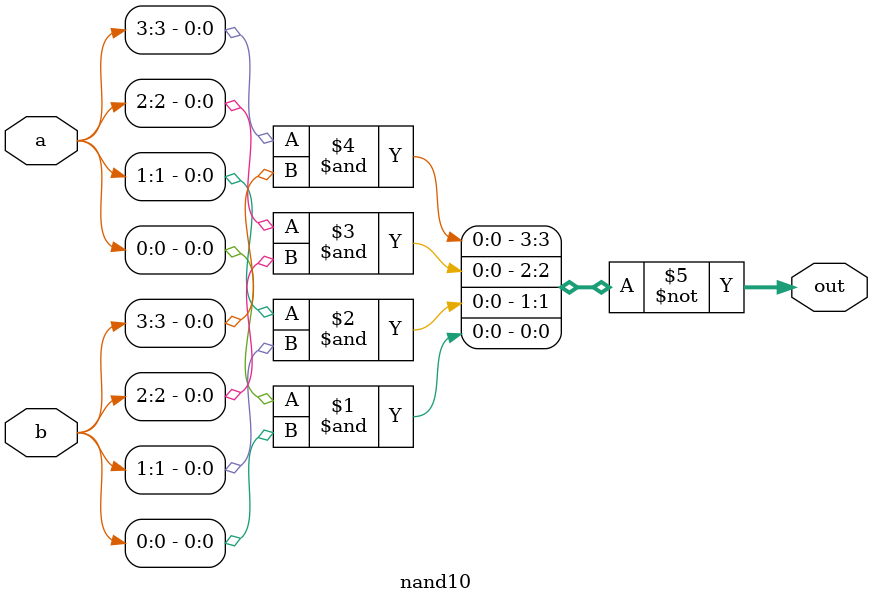
<source format=v>
module nand10 (
    input wire [3:0] a,
    input wire [3:0] b,
    output wire [3:0] out
);

assign out = ~( {a[3] & b[3], a[2] & b[2], a[1] & b[1], a[0] & b[0]} );

endmodule

</source>
